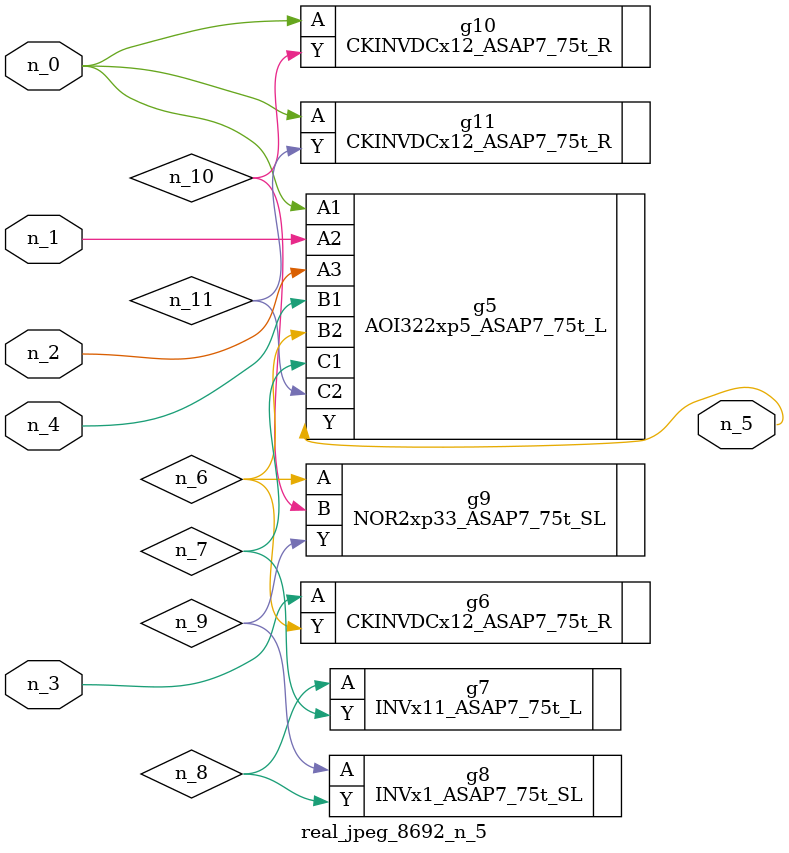
<source format=v>
module real_jpeg_8692_n_5 (n_4, n_0, n_1, n_2, n_3, n_5);

input n_4;
input n_0;
input n_1;
input n_2;
input n_3;

output n_5;

wire n_8;
wire n_11;
wire n_6;
wire n_7;
wire n_10;
wire n_9;

AOI322xp5_ASAP7_75t_L g5 ( 
.A1(n_0),
.A2(n_1),
.A3(n_2),
.B1(n_4),
.B2(n_6),
.C1(n_7),
.C2(n_11),
.Y(n_5)
);

CKINVDCx12_ASAP7_75t_R g10 ( 
.A(n_0),
.Y(n_10)
);

CKINVDCx12_ASAP7_75t_R g11 ( 
.A(n_0),
.Y(n_11)
);

CKINVDCx12_ASAP7_75t_R g6 ( 
.A(n_3),
.Y(n_6)
);

NOR2xp33_ASAP7_75t_SL g9 ( 
.A(n_6),
.B(n_10),
.Y(n_9)
);

INVx11_ASAP7_75t_L g7 ( 
.A(n_8),
.Y(n_7)
);

INVx1_ASAP7_75t_SL g8 ( 
.A(n_9),
.Y(n_8)
);


endmodule
</source>
